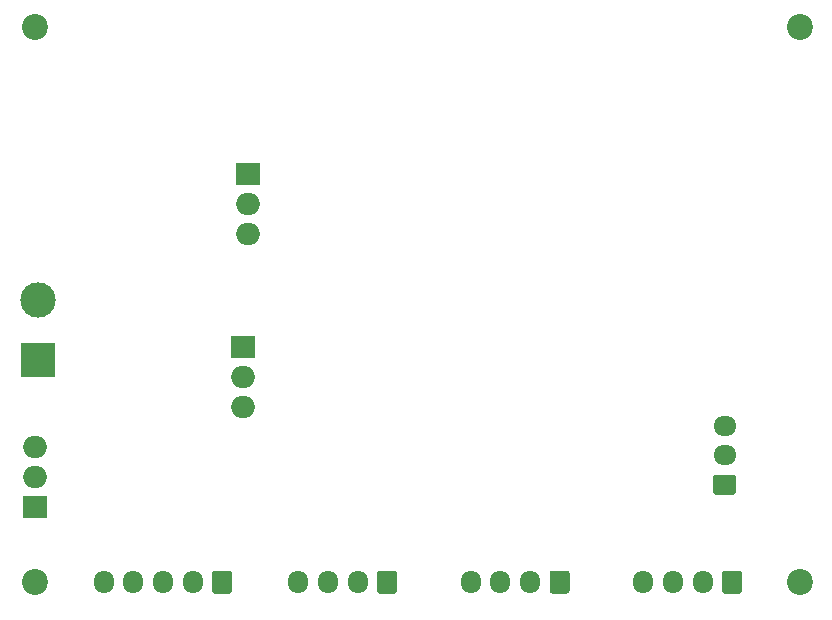
<source format=gbr>
%TF.GenerationSoftware,KiCad,Pcbnew,(5.1.12)-1*%
%TF.CreationDate,2022-01-20T18:25:14-05:00*%
%TF.ProjectId,PCB-ESP32S,5043422d-4553-4503-9332-532e6b696361,rev?*%
%TF.SameCoordinates,Original*%
%TF.FileFunction,Soldermask,Bot*%
%TF.FilePolarity,Negative*%
%FSLAX46Y46*%
G04 Gerber Fmt 4.6, Leading zero omitted, Abs format (unit mm)*
G04 Created by KiCad (PCBNEW (5.1.12)-1) date 2022-01-20 18:25:14*
%MOMM*%
%LPD*%
G01*
G04 APERTURE LIST*
%ADD10C,2.200000*%
%ADD11O,1.950000X1.700000*%
%ADD12O,1.700000X1.950000*%
%ADD13O,2.000000X1.905000*%
%ADD14R,2.000000X1.905000*%
%ADD15C,3.000000*%
%ADD16R,3.000000X3.000000*%
G04 APERTURE END LIST*
D10*
%TO.C,*%
X173990000Y-78740000D03*
%TD*%
%TO.C,*%
X238760000Y-125730000D03*
%TD*%
%TO.C,*%
X238760000Y-78740000D03*
%TD*%
%TO.C,*%
X173990000Y-125730000D03*
%TD*%
D11*
%TO.C,J1*%
X232410000Y-112475000D03*
X232410000Y-114975000D03*
G36*
G01*
X233135000Y-118325000D02*
X231685000Y-118325000D01*
G75*
G02*
X231435000Y-118075000I0J250000D01*
G01*
X231435000Y-116875000D01*
G75*
G02*
X231685000Y-116625000I250000J0D01*
G01*
X233135000Y-116625000D01*
G75*
G02*
X233385000Y-116875000I0J-250000D01*
G01*
X233385000Y-118075000D01*
G75*
G02*
X233135000Y-118325000I-250000J0D01*
G01*
G37*
%TD*%
D12*
%TO.C,J3*%
X179865000Y-125730000D03*
X182365000Y-125730000D03*
X184865000Y-125730000D03*
X187365000Y-125730000D03*
G36*
G01*
X190715000Y-125005000D02*
X190715000Y-126455000D01*
G75*
G02*
X190465000Y-126705000I-250000J0D01*
G01*
X189265000Y-126705000D01*
G75*
G02*
X189015000Y-126455000I0J250000D01*
G01*
X189015000Y-125005000D01*
G75*
G02*
X189265000Y-124755000I250000J0D01*
G01*
X190465000Y-124755000D01*
G75*
G02*
X190715000Y-125005000I0J-250000D01*
G01*
G37*
%TD*%
%TO.C,J4*%
X196335000Y-125730000D03*
X198835000Y-125730000D03*
X201335000Y-125730000D03*
G36*
G01*
X204685000Y-125005000D02*
X204685000Y-126455000D01*
G75*
G02*
X204435000Y-126705000I-250000J0D01*
G01*
X203235000Y-126705000D01*
G75*
G02*
X202985000Y-126455000I0J250000D01*
G01*
X202985000Y-125005000D01*
G75*
G02*
X203235000Y-124755000I250000J0D01*
G01*
X204435000Y-124755000D01*
G75*
G02*
X204685000Y-125005000I0J-250000D01*
G01*
G37*
%TD*%
%TO.C,J5*%
X210940000Y-125730000D03*
X213440000Y-125730000D03*
X215940000Y-125730000D03*
G36*
G01*
X219290000Y-125005000D02*
X219290000Y-126455000D01*
G75*
G02*
X219040000Y-126705000I-250000J0D01*
G01*
X217840000Y-126705000D01*
G75*
G02*
X217590000Y-126455000I0J250000D01*
G01*
X217590000Y-125005000D01*
G75*
G02*
X217840000Y-124755000I250000J0D01*
G01*
X219040000Y-124755000D01*
G75*
G02*
X219290000Y-125005000I0J-250000D01*
G01*
G37*
%TD*%
%TO.C,TH1*%
X225545000Y-125730000D03*
X228045000Y-125730000D03*
X230545000Y-125730000D03*
G36*
G01*
X233895000Y-125005000D02*
X233895000Y-126455000D01*
G75*
G02*
X233645000Y-126705000I-250000J0D01*
G01*
X232445000Y-126705000D01*
G75*
G02*
X232195000Y-126455000I0J250000D01*
G01*
X232195000Y-125005000D01*
G75*
G02*
X232445000Y-124755000I250000J0D01*
G01*
X233645000Y-124755000D01*
G75*
G02*
X233895000Y-125005000I0J-250000D01*
G01*
G37*
%TD*%
D13*
%TO.C,U3*%
X192024000Y-96291400D03*
X192024000Y-93751400D03*
D14*
X192024000Y-91211400D03*
%TD*%
D13*
%TO.C,Q1*%
X173990000Y-114300000D03*
X173990000Y-116840000D03*
D14*
X173990000Y-119380000D03*
%TD*%
D15*
%TO.C,J2*%
X174244000Y-101854000D03*
D16*
X174244000Y-106934000D03*
%TD*%
D13*
%TO.C,U2*%
X191643000Y-110896400D03*
X191643000Y-108356400D03*
D14*
X191643000Y-105816400D03*
%TD*%
M02*

</source>
